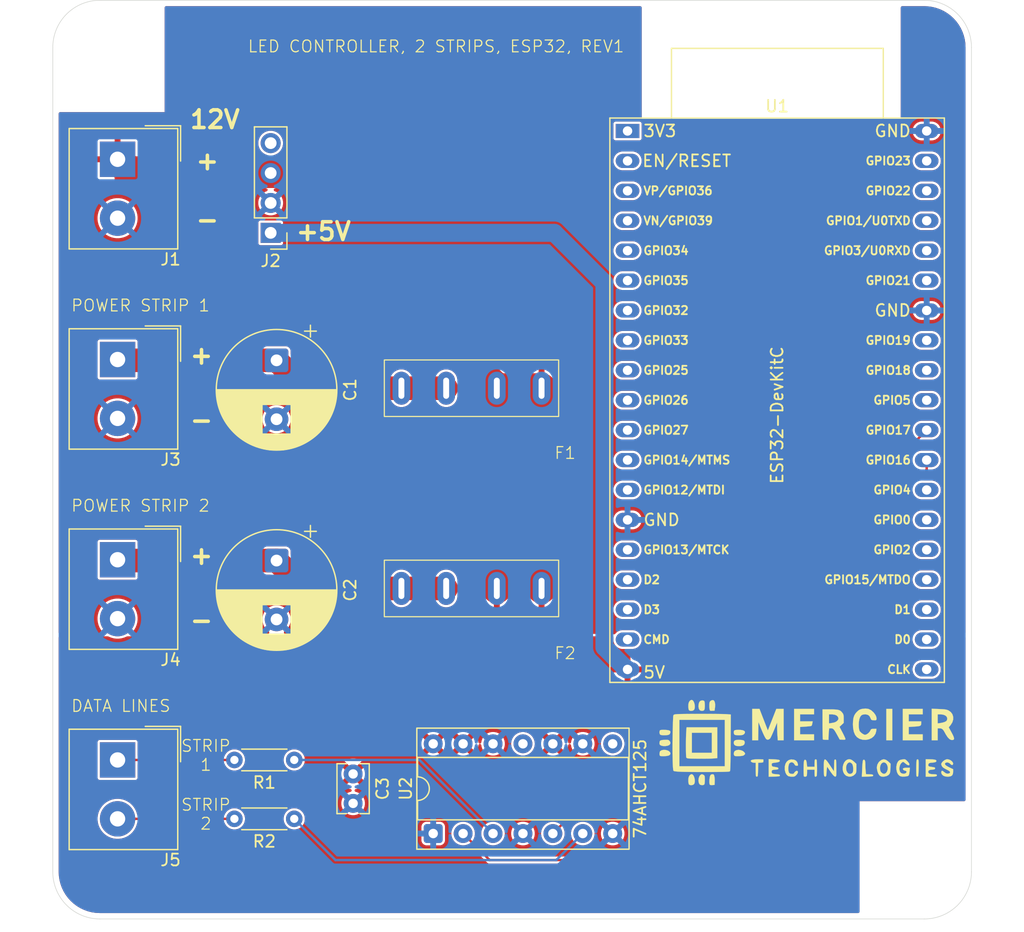
<source format=kicad_pcb>
(kicad_pcb (version 20241229) (generator "pcbnew") (generator_version "9.0")
  (layers (0 "F.Cu" signal) (2 "B.Cu" signal) (13 "F.Paste" user) (15 "B.Paste" user) (5 "F.SilkS" user "F.Silkscreen") (7 "B.SilkS" user "B.Silkscreen") (1 "F.Mask" user) (3 "B.Mask" user) (25 "Edge.Cuts" user))
  (net 0 "")
  (net 2 "GND")
  (net 10 "Net-(J3-Pin_1)")
  (net 15 "Net-(J4-Pin_1)")
  (net 33 "+5V")
  (net 37 "+12V")
  (net 39 "DATA2")
  (net 40 "DATA1")
  (net 41 "Net-(R1-Pad1)")
  (net 42 "Net-(R2-Pad1)")
  (net 43 "GPIO17")
  (net 44 "GPIO16")
  (footprint "TerminalBlock_Altech:Altech_AK100_1x02_P5.00mm" (layer "F.Cu") (at 130.5 111.5 -90)
    (property "Reference" "J5" (at 8.5 -4.5 180) (layer "F.SilkS"))
    (property "Value" "LED Strip Data 1 & 2")
    (pad "1" thru_hole rect (at 0 0 270) (size 3 3) (drill 1.3) (layers "*.Cu" "*.Mask") (net 40 "DATA1"))
    (pad "2" thru_hole circle (at 5 0 270) (size 3 3) (drill 1.3) (layers "*.Cu" "*.Mask") (net 39 "DATA2"))
  )
  (footprint "Capacitor_THT:C_Rect_L4.0mm_W2.5mm_P2.50mm" (layer "F.Cu") (at 150.5 112.6875 -90)
    (property "Reference" "C3" (at 1.25 -2.5 90) (layer "F.SilkS"))
    (property "Value" "100nF")
    (pad "1" thru_hole circle (at 0 0 270) (size 1.6 1.6) (drill 0.8) (layers "*.Cu" "*.Mask") (net 33 "+5V"))
    (pad "2" thru_hole circle (at 2.5 0 270) (size 1.6 1.6) (drill 0.8) (layers "*.Cu" "*.Mask") (net 2 "GND"))
  )
  (footprint "Resistor_THT:R_Axial_DIN0204_L3.6mm_D1.6mm_P5.08mm_Horizontal" (layer "F.Cu") (at 145.5 116.5 180)
    (property "Reference" "R2" (at 2.54 -1.92 0) (layer "F.SilkS"))
    (property "Value" "62 Ohm")
    (pad "1" thru_hole circle (at 0 0 180) (size 1.4 1.4) (drill 0.7) (layers "*.Cu" "*.Mask") (net 42 "Net-(R2-Pad1)"))
    (pad "2" thru_hole circle (at 5.08 0 180) (size 1.4 1.4) (drill 0.7) (layers "*.Cu" "*.Mask") (net 39 "DATA2"))
  )
  (footprint "fuse-lib:micro fuse holder" (layer "F.Cu") (at 166.5 96.9375 180)
    (property "Reference" "F2" (at -2 -5.5 0) (layer "F.SilkS") (effects (font (thickness 0.1))))
    (property "Value" "Fuse 5A")
    (pad "1" thru_hole oval (at 0 0 180) (size 1.5 2.8) (drill oval 0.5 1.8) (layers "*.Cu" "*.Mask") (net 37 "+12V"))
    (pad "1" thru_hole oval (at 3.8 0 180) (size 1.5 2.8) (drill oval 0.5 1.8) (layers "*.Cu" "*.Mask") (net 37 "+12V"))
    (pad "2" thru_hole oval (at 8.1 0 180) (size 1.5 2.8) (drill oval 0.5 1.8) (layers "*.Cu" "*.Mask") (net 15 "Net-(J4-Pin_1)"))
    (pad "2" thru_hole oval (at 11.9 0 180) (size 1.5 2.8) (drill oval 0.5 1.8) (layers "*.Cu" "*.Mask") (net 15 "Net-(J4-Pin_1)"))
  )
  (footprint "Capacitor_THT:CP_Radial_D10.0mm_P5.00mm" (layer "F.Cu") (at 144 77.569823 -90)
    (property "Reference" "C1" (at 2.5 -6.25 90) (layer "F.SilkS"))
    (property "Value" "1000uF 16V")
    (pad "1" thru_hole roundrect (at 0 0 270) (size 2 2) (drill 1) (layers "*.Cu" "*.Mask") (roundrect_rratio 0.125) (net 10 "Net-(J3-Pin_1)"))
    (pad "2" thru_hole circle (at 5 0 270) (size 2 2) (drill 1) (layers "*.Cu" "*.Mask") (net 2 "GND"))
  )
  (footprint "PCM_Espressif:ESP32-DevKitC" (layer "F.Cu") (at 173.8 58.09656)
    (property "Reference" "U1" (at 12.7 -2.1 0) (layer "F.SilkS"))
    (property "Value" "ESP32-DevKitC" (at 12.7 24.13 90) (layer "F.SilkS"))
    (fp_text user "GPIO13/MTCK" (at 1.27 35.56 0) (layer "F.SilkS") (effects (font (size 0.7 0.7)) (justify left)))
    (fp_text user "GPIO0" (at 24.13 33.02 0) (layer "F.SilkS") (effects (font (size 0.7 0.7)) (justify right)))
    (fp_text user "GPIO3/U0RXD" (at 24.13 10.16 0) (layer "F.SilkS") (effects (font (size 0.7 0.7)) (justify right)))
    (fp_text user "GPIO35" (at 1.27 12.7 0) (layer "F.SilkS") (effects (font (size 0.7 0.7)) (justify left)))
    (fp_text user "GPIO1/U0TXD" (at 24.13 7.62 0) (layer "F.SilkS") (effects (font (size 0.7 0.7)) (justify right)))
    (fp_text user "GPIO34" (at 1.27 10.16 0) (layer "F.SilkS") (effects (font (size 0.7 0.7)) (justify left)))
    (fp_text user "GPIO25" (at 1.27 20.32 0) (layer "F.SilkS") (effects (font (size 0.7 0.7)) (justify left)))
    (fp_text user "GPIO19" (at 24.13 17.78 0) (layer "F.SilkS") (effects (font (size 0.7 0.7)) (justify right)))
    (fp_text user "D2" (at 1.27 38.1 0) (layer "F.SilkS") (effects (font (size 0.7 0.7)) (justify left)))
    (fp_text user "GPIO33" (at 1.27 17.78 0) (layer "F.SilkS") (effects (font (size 0.7 0.7)) (justify left)))
    (fp_text user "EN/RESET" (at 8.88632 2.53728 0) (layer "F.SilkS") (effects (justify right)))
    (fp_text user "GPIO21" (at 24.13 12.7 0) (layer "F.SilkS") (effects (font (size 0.7 0.7)) (justify right)))
    (fp_text user "CMD" (at 1.27 43.18 0) (layer "F.SilkS") (effects (font (size 0.7 0.7)) (justify left)))
    (fp_text user "VP/GPIO36" (at 1.27 5.08 0) (layer "F.SilkS") (effects (font (size 0.7 0.7)) (justify left)))
    (fp_text user "D1" (at 24.13 40.64 0) (layer "F.SilkS") (effects (font (size 0.7 0.7)) (justify right)))
    (fp_text user "GPIO26" (at 1.27 22.86 0) (layer "F.SilkS") (effects (font (size 0.7 0.7)) (justify left)))
    (fp_text user "D3" (at 1.27 40.64 0) (layer "F.SilkS") (effects (font (size 0.7 0.7)) (justify left)))
    (fp_text user "GPIO16" (at 24.13 27.94 0) (layer "F.SilkS") (effects (font (size 0.7 0.7)) (justify right)))
    (fp_text user "GND" (at 24.13 0 0) (layer "F.SilkS") (effects (justify right)))
    (fp_text user "GPIO32" (at 1.27 15.24 0) (layer "F.SilkS") (effects (font (size 0.7 0.7)) (justify left)))
    (fp_text user "GPIO27" (at 1.27 25.4 0) (layer "F.SilkS") (effects (font (size 0.7 0.7)) (justify left)))
    (fp_text user "GPIO12/MTDI" (at 1.27 30.48 0) (layer "F.SilkS") (effects (font (size 0.7 0.7)) (justify left)))
    (fp_text user "GPIO18" (at 24.13 20.32 0) (layer "F.SilkS") (effects (font (size 0.7 0.7)) (justify right)))
    (fp_text user "5V" (at 1.26632 45.97128 0) (layer "F.SilkS") (effects (justify left)))
    (fp_text user "GPIO15/MTDO" (at 24.13 38.1 0) (layer "F.SilkS") (effects (font (size 0.7 0.7)) (justify right)))
    (fp_text user "GPIO23" (at 24.13 2.54 0) (layer "F.SilkS") (effects (font (size 0.7 0.7)) (justify right)))
    (fp_text user "D0" (at 24.13 43.18 0) (layer "F.SilkS") (effects (font (size 0.7 0.7)) (justify right)))
    (fp_text user "3V3" (at 1.27 0 0) (layer "F.SilkS") (effects (justify left)))
    (fp_text user "GPIO5" (at 24.13 22.86 0) (layer "F.SilkS") (effects (font (size 0.7 0.7)) (justify right)))
    (fp_text user "GPIO2" (at 24.13 35.56 0) (layer "F.SilkS") (effects (font (size 0.7 0.7)) (justify right)))
    (fp_text user "GPIO14/MTMS" (at 1.27 27.94 0) (layer "F.SilkS") (effects (font (size 0.7 0.7)) (justify left)))
    (fp_text user "VN/GPIO39" (at 1.27 7.62 0) (layer "F.SilkS") (effects (font (size 0.7 0.7)) (justify left)))
    (fp_text user "GND" (at 1.27 33.02 0) (layer "F.SilkS") (effects (justify left)))
    (fp_text user "CLK" (at 24.13 45.72 0) (layer "F.SilkS") (effects (font (size 0.7 0.7)) (justify right)))
    (fp_text user "GPIO22" (at 24.13 5.08 0) (layer "F.SilkS") (effects (font (size 0.7 0.7)) (justify right)))
    (fp_text user "GPIO4" (at 24.13 30.48 0) (layer "F.SilkS") (effects (font (size 0.7 0.7)) (justify right)))
    (fp_text user "GPIO17" (at 24.13 25.4 0) (layer "F.SilkS") (effects (font (size 0.7 0.7)) (justify right)))
    (fp_text user "GND" (at 24.13 15.24 0) (layer "F.SilkS") (effects (justify right)))
    (pad "1" thru_hole rect (at 0 0 270) (size 1.2 2) (drill 0.8) (layers "*.Cu" "*.Mask"))
    (pad "2" thru_hole oval (at 0 2.54 270) (size 1.2 2) (drill 0.8) (layers "*.Cu" "*.Mask"))
    (pad "3" thru_hole oval (at 0 5.08 270) (size 1.2 2) (drill 0.8) (layers "*.Cu" "*.Mask"))
    (pad "4" thru_hole oval (at 0 7.62 270) (size 1.2 2) (drill 0.8) (layers "*.Cu" "*.Mask"))
    (pad "5" thru_hole oval (at 0 10.16 270) (size 1.2 2) (drill 0.8) (layers "*.Cu" "*.Mask"))
    (pad "6" thru_hole oval (at 0 12.7 270) (size 1.2 2) (drill 0.8) (layers "*.Cu" "*.Mask"))
    (pad "7" thru_hole oval (at 0 15.24 270) (size 1.2 2) (drill 0.8) (layers "*.Cu" "*.Mask"))
    (pad "8" thru_hole oval (at 0 17.78 270) (size 1.2 2) (drill 0.8) (layers "*.Cu" "*.Mask"))
    (pad "9" thru_hole oval (at 0 20.32 270) (size 1.2 2) (drill 0.8) (layers "*.Cu" "*.Mask"))
    (pad "10" thru_hole oval (at 0 22.86 270) (size 1.2 2) (drill 0.8) (layers "*.Cu" "*.Mask"))
    (pad "11" thru_hole oval (at 0 25.4 270) (size 1.2 2) (drill 0.8) (layers "*.Cu" "*.Mask"))
    (pad "12" thru_hole oval (at 0 27.94 270) (size 1.2 2) (drill 0.8) (layers "*.Cu" "*.Mask"))
    (pad "13" thru_hole oval (at 0 30.48 270) (size 1.2 2) (drill 0.8) (layers "*.Cu" "*.Mask"))
    (pad "14" thru_hole oval (at 0 33.02 270) (size 1.2 2) (drill 0.8) (layers "*.Cu" "*.Mask") (net 2 "GND"))
    (pad "15" thru_hole oval (at 0 35.56 270) (size 1.2 2) (drill 0.8) (layers "*.Cu" "*.Mask"))
    (pad "16" thru_hole oval (at 0 38.1 270) (size 1.2 2) (drill 0.8) (layers "*.Cu" "*.Mask"))
    (pad "17" thru_hole oval (at 0 40.64 270) (size 1.2 2) (drill 0.8) (layers "*.Cu" "*.Mask"))
    (pad "18" thru_hole oval (at 0 43.18 270) (size 1.2 2) (drill 0.8) (layers "*.Cu" "*.Mask"))
    (pad "19" thru_hole oval (at 0 45.72 270) (size 1.2 2) (drill 0.8) (layers "*.Cu" "*.Mask") (net 33 "+5V"))
    (pad "20" thru_hole oval (at 25.39632 45.71728 270) (size 1.2 2) (drill 0.8) (layers "*.Cu" "*.Mask"))
    (pad "21" thru_hole oval (at 25.39632 43.17728 270) (size 1.2 2) (drill 0.8) (layers "*.Cu" "*.Mask"))
    (pad "22" thru_hole oval (at 25.4 40.64 270) (size 1.2 2) (drill 0.8) (layers "*.Cu" "*.Mask"))
    (pad "23" thru_hole oval (at 25.4 38.1 270) (size 1.2 2) (drill 0.8) (layers "*.Cu" "*.Mask"))
    (pad "24" thru_hole oval (at 25.4 35.56 270) (size 1.2 2) (drill 0.8) (layers "*.Cu" "*.Mask"))
    (pad "25" thru_hole oval (at 25.4 33.02 270) (size 1.2 2) (drill 0.8) (layers "*.Cu" "*.Mask"))
    (pad "26" thru_hole oval (at 25.4 30.48 270) (size 1.2 2) (drill 0.8) (layers "*.Cu" "*.Mask"))
    (pad "27" thru_hole oval (at 25.4 27.94 270) (size 1.2 2) (drill 0.8) (layers "*.Cu" "*.Mask") (net 44 "GPIO16"))
    (pad "28" thru_hole oval (at 25.4 25.4 270) (size 1.2 2) (drill 0.8) (layers "*.Cu" "*.Mask") (net 43 "GPIO17"))
    (pad "29" thru_hole oval (at 25.4 22.86 270) (size 1.2 2) (drill 0.8) (layers "*.Cu" "*.Mask"))
    (pad "30" thru_hole oval (at 25.4 20.32 270) (size 1.2 2) (drill 0.8) (layers "*.Cu" "*.Mask"))
    (pad "31" thru_hole oval (at 25.4 17.78 270) (size 1.2 2) (drill 0.8) (layers "*.Cu" "*.Mask"))
    (pad "32" thru_hole oval (at 25.4 15.24 270) (size 1.2 2) (drill 0.8) (layers "*.Cu" "*.Mask") (net 2 "GND"))
    (pad "33" thru_hole oval (at 25.4 12.7 270) (size 1.2 2) (drill 0.8) (layers "*.Cu" "*.Mask"))
    (pad "34" thru_hole oval (at 25.4 10.16 270) (size 1.2 2) (drill 0.8) (layers "*.Cu" "*.Mask"))
    (pad "35" thru_hole oval (at 25.4 7.62 270) (size 1.2 2) (drill 0.8) (layers "*.Cu" "*.Mask"))
    (pad "36" thru_hole oval (at 25.4 5.08 270) (size 1.2 2) (drill 0.8) (layers "*.Cu" "*.Mask"))
    (pad "37" thru_hole oval (at 25.4 2.54 270) (size 1.2 2) (drill 0.8) (layers "*.Cu" "*.Mask"))
    (pad "38" thru_hole oval (at 25.4 0 270) (size 1.2 2) (drill 0.8) (layers "*.Cu" "*.Mask") (net 2 "GND"))
  )
  (footprint "fuse-lib:micro fuse holder" (layer "F.Cu") (at 166.5 79.9375 180)
    (property "Reference" "F1" (at -2 -5.5 0) (layer "F.SilkS") (effects (font (thickness 0.1))))
    (property "Value" "Fuse 5A")
    (pad "1" thru_hole oval (at 0 0 180) (size 1.5 2.8) (drill oval 0.5 1.8) (layers "*.Cu" "*.Mask") (net 37 "+12V"))
    (pad "1" thru_hole oval (at 3.8 0 180) (size 1.5 2.8) (drill oval 0.5 1.8) (layers "*.Cu" "*.Mask") (net 37 "+12V"))
    (pad "2" thru_hole oval (at 8.1 0 180) (size 1.5 2.8) (drill oval 0.5 1.8) (layers "*.Cu" "*.Mask") (net 10 "Net-(J3-Pin_1)"))
    (pad "2" thru_hole oval (at 11.9 0 180) (size 1.5 2.8) (drill oval 0.5 1.8) (layers "*.Cu" "*.Mask") (net 10 "Net-(J3-Pin_1)"))
  )
  (footprint "Package_DIP:DIP-14_W7.62mm_Socket" (layer "F.Cu") (at 157.3 117.7475 90)
    (property "Reference" "U2" (at 3.81 -2.33 90) (layer "F.SilkS"))
    (property "Value" "74AHCT125" (at 3.81 17.57 90) (layer "F.SilkS"))
    (pad "1" thru_hole roundrect (at 0 0 90) (size 1.6 1.6) (drill 0.8) (layers "*.Cu" "*.Mask") (roundrect_rratio 0.15625) (net 2 "GND"))
    (pad "2" thru_hole circle (at 0 2.54 90) (size 1.6 1.6) (drill 0.8) (layers "*.Cu" "*.Mask") (net 44 "GPIO16"))
    (pad "3" thru_hole circle (at 0 5.08 90) (size 1.6 1.6) (drill 0.8) (layers "*.Cu" "*.Mask") (net 41 "Net-(R1-Pad1)"))
    (pad "4" thru_hole circle (at 0 7.62 90) (size 1.6 1.6) (drill 0.8) (layers "*.Cu" "*.Mask") (net 2 "GND"))
    (pad "5" thru_hole circle (at 0 10.16 90) (size 1.6 1.6) (drill 0.8) (layers "*.Cu" "*.Mask") (net 43 "GPIO17"))
    (pad "6" thru_hole circle (at 0 12.7 90) (size 1.6 1.6) (drill 0.8) (layers "*.Cu" "*.Mask") (net 42 "Net-(R2-Pad1)"))
    (pad "7" thru_hole circle (at 0 15.24 90) (size 1.6 1.6) (drill 0.8) (layers "*.Cu" "*.Mask") (net 2 "GND"))
    (pad "8" thru_hole circle (at 7.62 15.24 90) (size 1.6 1.6) (drill 0.8) (layers "*.Cu" "*.Mask"))
    (pad "9" thru_hole circle (at 7.62 12.7 90) (size 1.6 1.6) (drill 0.8) (layers "*.Cu" "*.Mask") (net 2 "GND"))
    (pad "10" thru_hole circle (at 7.62 10.16 90) (size 1.6 1.6) (drill 0.8) (layers "*.Cu" "*.Mask") (net 33 "+5V"))
    (pad "11" thru_hole circle (at 7.62 7.62 90) (size 1.6 1.6) (drill 0.8) (layers "*.Cu" "*.Mask"))
    (pad "12" thru_hole circle (at 7.62 5.08 90) (size 1.6 1.6) (drill 0.8) (layers "*.Cu" "*.Mask") (net 2 "GND"))
    (pad "13" thru_hole circle (at 7.62 2.54 90) (size 1.6 1.6) (drill 0.8) (layers "*.Cu" "*.Mask") (net 33 "+5V"))
    (pad "14" thru_hole circle (at 7.62 0 90) (size 1.6 1.6) (drill 0.8) (layers "*.Cu" "*.Mask") (net 33 "+5V"))
  )
  (footprint "Connector_PinHeader_2.54mm:PinHeader_1x04_P2.54mm_Vertical" (layer "F.Cu") (at 143.5 66.7475 180)
    (property "Reference" "J2" (at 0 -2.38 0) (layer "F.SilkS"))
    (property "Value" "Buck Converter")
    (pad "1" thru_hole rect (at 0 0 180) (size 1.7 1.7) (drill 1) (layers "*.Cu" "*.Mask") (net 33 "+5V"))
    (pad "2" thru_hole circle (at 0 2.54 180) (size 1.7 1.7) (drill 1) (layers "*.Cu" "*.Mask") (net 2 "GND"))
    (pad "3" thru_hole circle (at 0 5.08 180) (size 1.7 1.7) (drill 1) (layers "*.Cu" "*.Mask") (net 37 "+12V"))
    (pad "4" thru_hole circle (at 0 7.62 180) (size 1.7 1.7) (drill 1) (layers "*.Cu" "*.Mask"))
  )
  (footprint "TerminalBlock_Altech:Altech_AK100_1x02_P5.00mm" (layer "F.Cu") (at 130.5 77.5 -90)
    (property "Reference" "J3" (at 8.5 -4.5 180) (layer "F.SilkS"))
    (property "Value" "Power LED Strip 1")
    (pad "1" thru_hole rect (at 0 0 270) (size 3 3) (drill 1.3) (layers "*.Cu" "*.Mask") (net 10 "Net-(J3-Pin_1)"))
    (pad "2" thru_hole circle (at 5 0 270) (size 3 3) (drill 1.3) (layers "*.Cu" "*.Mask") (net 2 "GND"))
  )
  (footprint "TerminalBlock_Altech:Altech_AK100_1x02_P5.00mm" (layer "F.Cu") (at 130.5 60.5 -90)
    (property "Reference" "J1" (at 8.5 -4.5 180) (layer "F.SilkS"))
    (property "Value" "12V Power Supply")
    (pad "1" thru_hole rect (at 0 0 270) (size 3 3) (drill 1.3) (layers "*.Cu" "*.Mask") (net 37 "+12V"))
    (pad "2" thru_hole circle (at 5 0 270) (size 3 3) (drill 1.3) (layers "*.Cu" "*.Mask") (net 2 "GND"))
  )
  (footprint "MountingHole:MountingHole_4.3mm_M4" (layer "F.Cu") (at 198 120)
    (property "Reference" "REF**" (hide yes))
    (property "Value" "MountingHole_4.3mm_M4")
    (pad "" np_thru_hole circle (at 0 0) (size 4.3 4.3) (drill 4.3) (layers "*.Cu" "*.Mask"))
  )
  (footprint "Capacitor_THT:CP_Radial_D10.0mm_P5.00mm" (layer "F.Cu") (at 144 94.569823 -90)
    (property "Reference" "C2" (at 2.5 -6.25 90) (layer "F.SilkS"))
    (property "Value" "1000uF 16V")
    (pad "1" thru_hole roundrect (at 0 0 270) (size 2 2) (drill 1) (layers "*.Cu" "*.Mask") (roundrect_rratio 0.125) (net 15 "Net-(J4-Pin_1)"))
    (pad "2" thru_hole circle (at 5 0 270) (size 2 2) (drill 1) (layers "*.Cu" "*.Mask") (net 2 "GND"))
  )
  (footprint "Resistor_THT:R_Axial_DIN0204_L3.6mm_D1.6mm_P5.08mm_Horizontal" (layer "F.Cu") (at 145.5 111.5 180)
    (property "Reference" "R1" (at 2.54 -1.92 0) (layer "F.SilkS"))
    (property "Value" "62 Ohm")
    (pad "1" thru_hole circle (at 0 0 180) (size 1.4 1.4) (drill 0.7) (layers "*.Cu" "*.Mask") (net 41 "Net-(R1-Pad1)"))
    (pad "2" thru_hole circle (at 5.08 0 180) (size 1.4 1.4) (drill 0.7) (layers "*.Cu" "*.Mask") (net 40 "DATA1"))
  )
  (footprint "LOGO:merciertech600" (layer "F.Cu") (at 189 110)
    (property "Reference" "G***" (hide yes))
    (property "Value" "LOGO" (hide yes))
  )
  (footprint "MountingHole:MountingHole_4.3mm_M4" (layer "F.Cu") (at 130 52)
    (property "Reference" "REF**" (hide yes))
    (property "Value" "MountingHole_4.3mm_M4")
    (pad "" np_thru_hole circle (at 0 0) (size 4.3 4.3) (drill 4.3) (layers "*.Cu" "*.Mask"))
  )
  (footprint "TerminalBlock_Altech:Altech_AK100_1x02_P5.00mm" (layer "F.Cu") (at 130.5 94.5 -90)
    (property "Reference" "J4" (at 8.5 -4.5 180) (layer "F.SilkS"))
    (property "Value" "Power LED Strip 2")
    (pad "1" thru_hole rect (at 0 0 270) (size 3 3) (drill 1.3) (layers "*.Cu" "*.Mask") (net 15 "Net-(J4-Pin_1)"))
    (pad "2" thru_hole circle (at 5 0 270) (size 3 3) (drill 1.3) (layers "*.Cu" "*.Mask") (net 2 "GND"))
  )
  (gr_line (start 199 125) (end 129 125) (stroke (width 0.05)) (layer "Edge.Cuts"))
  (gr_line (start 203 51) (end 203 121) (stroke (width 0.05)) (layer "Edge.Cuts"))
  (gr_arc (start 203 121) (mid 201.828427 123.828427) (end 199 125) (stroke (width 0.05)) (layer "Edge.Cuts"))
  (gr_arc (start 125 51) (mid 126.171573 48.171573) (end 129 47) (stroke (width 0.05)) (layer "Edge.Cuts"))
  (gr_arc (start 129 125) (mid 126.171573 123.828427) (end 125 121) (stroke (width 0.05)) (layer "Edge.Cuts"))
  (gr_arc (start 199 47) (mid 201.828427 48.171573) (end 203 51) (stroke (width 0.05)) (layer "Edge.Cuts"))
  (gr_line (start 125 121) (end 125 51) (stroke (width 0.05)) (layer "Edge.Cuts"))
  (gr_line (start 129 47) (end 199 47) (stroke (width 0.05)) (layer "Edge.Cuts"))
  (gr_text "+5V" (at 145.5 67.5 0) (layer "F.SilkS") (effects (font (size 1.5 1.5) (thickness 0.3) (bold yes)) (justify left bottom)))
  (gr_text "+" (at 137 61.5 0) (layer "F.SilkS") (effects (font (size 1.5 1.5) (thickness 0.3) (bold yes)) (justify left bottom)))
  (gr_text "STRIP\n2" (at 138 117.5 0) (layer "F.SilkS") (effects (font (size 1 1) (thickness 0.1)) (justify bottom)))
  (gr_text "-" (at 136.5 100.5 0) (layer "F.SilkS") (effects (font (size 1.5 1.5) (thickness 0.3) (bold yes)) (justify left bottom)))
  (gr_text "+" (at 136.5 95 0) (layer "F.SilkS") (effects (font (size 1.5 1.5) (thickness 0.3) (bold yes)) (justify left bottom)))
  (gr_text "+" (at 136.5 78 0) (layer "F.SilkS") (effects (font (size 1.5 1.5) (thickness 0.3) (bold yes)) (justify left bottom)))
  (gr_text "12V" (at 136.5 58 0) (layer "F.SilkS") (effects (font (size 1.5 1.5) (thickness 0.3) (bold yes)) (justify left bottom)))
  (gr_text "POWER STRIP 1" (at 126.5 73.5 0) (layer "F.SilkS") (effects (font (size 1 1) (thickness 0.1)) (justify left bottom)))
  (gr_text "DATA LINES" (at 126.5 107.5 0) (layer "F.SilkS") (effects (font (size 1 1) (thickness 0.1)) (justify left bottom)))
  (gr_text "-" (at 137 66.5 0) (layer "F.SilkS") (effects (font (size 1.5 1.5) (thickness 0.3) (bold yes)) (justify left bottom)))
  (gr_text "-" (at 136.5 83.5 0) (layer "F.SilkS") (effects (font (size 1.5 1.5) (thickness 0.3) (bold yes)) (justify left bottom)))
  (gr_text "STRIP\n1" (at 138 112.5 0) (layer "F.SilkS") (effects (font (size 1 1) (thickness 0.1)) (justify bottom)))
  (gr_text "POWER STRIP 2" (at 126.5 90.5 0) (layer "F.SilkS") (effects (font (size 1 1) (thickness 0.1)) (justify left bottom)))
  (gr_text "LED CONTROLLER, 2 STRIPS, ESP32, REV1" (at 141.5 51.5 0) (layer "F.SilkS") (effects (font (size 1 1) (thickness 0.1)) (justify left bottom)))
  (segment (start 130.569823 77.569823) (end 130.5 77.5) (width 1.524) (layer "F.Cu") (net 10))
  (segment (start 144 77.569823) (end 130.569823 77.569823) (width 2) (layer "F.Cu") (net 10))
  (segment (start 154.6 79.9375) (end 146.367677 79.9375) (width 2) (layer "F.Cu") (net 10))
  (segment (start 158.4 79.9375) (end 154.6 79.9375) (width 2) (layer "F.Cu") (net 10))
  (segment (start 146.367677 79.9375) (end 144 77.569823) (width 2) (layer "F.Cu") (net 10))
  (segment (start 144 94.569823) (end 130.569823 94.569823) (width 2) (layer "F.Cu") (net 15))
  (segment (start 130.569823 94.569823) (end 130.5 94.5) (width 1.524) (layer "F.Cu") (net 15))
  (segment (start 158.4 96.9375) (end 154.6 96.9375) (width 2) (layer "F.Cu") (net 15))
  (segment (start 154.6 96.9375) (end 146.367677 96.9375) (width 2) (layer "F.Cu") (net 15))
  (segment (start 146.367677 96.9375) (end 144 94.569823) (width 2) (layer "F.Cu") (net 15))
  (segment (start 167.5845 66.7475) (end 171.837 71) (width 1.524) (layer "B.Cu") (net 33))
  (segment (start 173.729584 103.81656) (end 173.8 103.81656) (width 1.524) (layer "B.Cu") (net 33))
  (segment (start 143.5 66.7475) (end 167.5845 66.7475) (width 1.524) (layer "B.Cu") (net 33))
  (segment (start 171.837 71) (end 171.837 101.923976) (width 1.524) (layer "B.Cu") (net 33))
  (segment (start 171.837 101.923976) (end 173.729584 103.81656) (width 1.524) (layer "B.Cu") (net 33))
  (segment (start 162.7 79.9375) (end 166.5 79.9375) (width 2.54) (layer "F.Cu") (net 37))
  (segment (start 131.6675 61.6675) (end 143.5 61.6675) (width 2.54) (layer "F.Cu") (net 37))
  (segment (start 130.5 60.5) (end 131.6675 61.6675) (width 2.54) (layer "F.Cu") (net 37))
  (segment (start 143.5 61.6675) (end 144.43 61.6675) (width 2.54) (layer "F.Cu") (net 37))
  (segment (start 166.5 96.9375) (end 166.5 79.9375) (width 2.54) (layer "F.Cu") (net 37))
  (segment (start 162.7 79.9375) (end 162.7 96.9375) (width 2.54) (layer "F.Cu") (net 37))
  (segment (start 144.43 61.6675) (end 162.7 79.9375) (width 2.54) (layer "F.Cu") (net 37))
  (segment (start 140.42 116.5) (end 130.5 116.5) (width 0.2) (layer "F.Cu") (net 39))
  (segment (start 140.42 111.5) (end 130.5 111.5) (width 0.2) (layer "F.Cu") (net 40))
  (segment (start 156.1325 111.5) (end 145.5 111.5) (width 0.2) (layer "B.Cu") (net 41))
  (segment (start 162.38 117.7475) (end 156.1325 111.5) (width 0.2) (layer "B.Cu") (net 41))
  (segment (start 149 120) (end 145.5 116.5) (width 0.2) (layer "B.Cu") (net 42))
  (segment (start 167.7475 120) (end 149 120) (width 0.2) (layer "B.Cu") (net 42))
  (segment (start 170 117.7475) (end 167.7475 120) (width 0.2) (layer "B.Cu") (net 42))
  (segment (start 197.899 87.3085) (end 167.46 117.7475) (width 0.2) (layer "F.Cu") (net 43))
  (segment (start 197.899 84.79756) (end 197.899 87.3085) (width 0.2) (layer "F.Cu") (net 43))
  (segment (start 199.2 83.49656) (end 197.899 84.79756) (width 0.2) (layer "F.Cu") (net 43))
  (segment (start 173 120) (end 162.0925 120) (width 0.2) (layer "F.Cu") (net 44))
  (segment (start 199.2 86.83656) (end 175.5 110.53656) (width 0.2) (layer "F.Cu") (net 44))
  (segment (start 175.5 117.5) (end 173 120) (width 0.2) (layer "F.Cu") (net 44))
  (segment (start 199.2 86.03656) (end 199.2 86.83656) (width 0.2) (layer "F.Cu") (net 44))
  (segment (start 162.0925 120) (end 159.84 117.7475) (width 0.2) (layer "F.Cu") (net 44))
  (segment (start 175.5 110.53656) (end 175.5 117.5) (width 0.2) (layer "F.Cu") (net 44))
  (zone (net 37) (net_name "+12V") (layer "F.Cu") (priority 1) (connect_pads (clearance 0)) (min_thickness 0.25) (fill yes (thermal_gap 0.5) (thermal_bridge_width 0.5))
    (polygon (pts (xy 125 47) (xy 203 47) (xy 203 101) (xy 125 101)))
  )
  (zone (net 33) (net_name "+5V") (layer "F.Cu") (priority 2) (connect_pads (clearance 0)) (min_thickness 0.25) (fill yes (thermal_gap 0.5) (thermal_bridge_width 0.5))
    (polygon (pts (xy 203 101) (xy 203 125) (xy 125 125) (xy 125 101)))
  )
  (zone (net 0) (net_name "") (layers "F.Cu" "B.Cu") (connect_pads (clearance 0)) (min_thickness 0.25)
    (keepout (tracks not_allowed) (vias not_allowed) (pads not_allowed) (copperpour not_allowed) (footprints allowed))
    (fill (thermal_gap 0.5) (thermal_bridge_width 0.5))
    (polygon (pts (xy 193.5 115) (xy 203 115) (xy 203 125) (xy 193.5 125)))
  )
  (zone (net 0) (net_name "") (layers "F.Cu" "B.Cu") (connect_pads (clearance 0)) (min_thickness 0.25)
    (keepout (tracks not_allowed) (vias not_allowed) (pads not_allowed) (copperpour not_allowed) (footprints allowed))
    (fill (thermal_gap 0.5) (thermal_bridge_width 0.5))
    (polygon (pts (xy 175 47) (xy 197 47) (xy 197 57) (xy 175 57)))
  )
  (zone (net 0) (net_name "") (layers "F.Cu" "B.Cu") (connect_pads (clearance 0)) (min_thickness 0.25)
    (keepout (tracks not_allowed) (vias not_allowed) (pads not_allowed) (copperpour not_allowed) (footprints allowed))
    (fill (thermal_gap 0.5) (thermal_bridge_width 0.5))
    (polygon (pts (xy 134.5 47) (xy 125 47) (xy 125 56.5) (xy 134.5 56.5)))
  )
  (zone (net 2) (net_name "GND") (layer "B.Cu") (connect_pads (clearance 0)) (min_thickness 0.25) (fill yes (thermal_gap 0.5) (thermal_bridge_width 0.5))
    (polygon (pts (xy 125 47) (xy 203 47) (xy 203 125) (xy 125 125)))
  )
)
</source>
